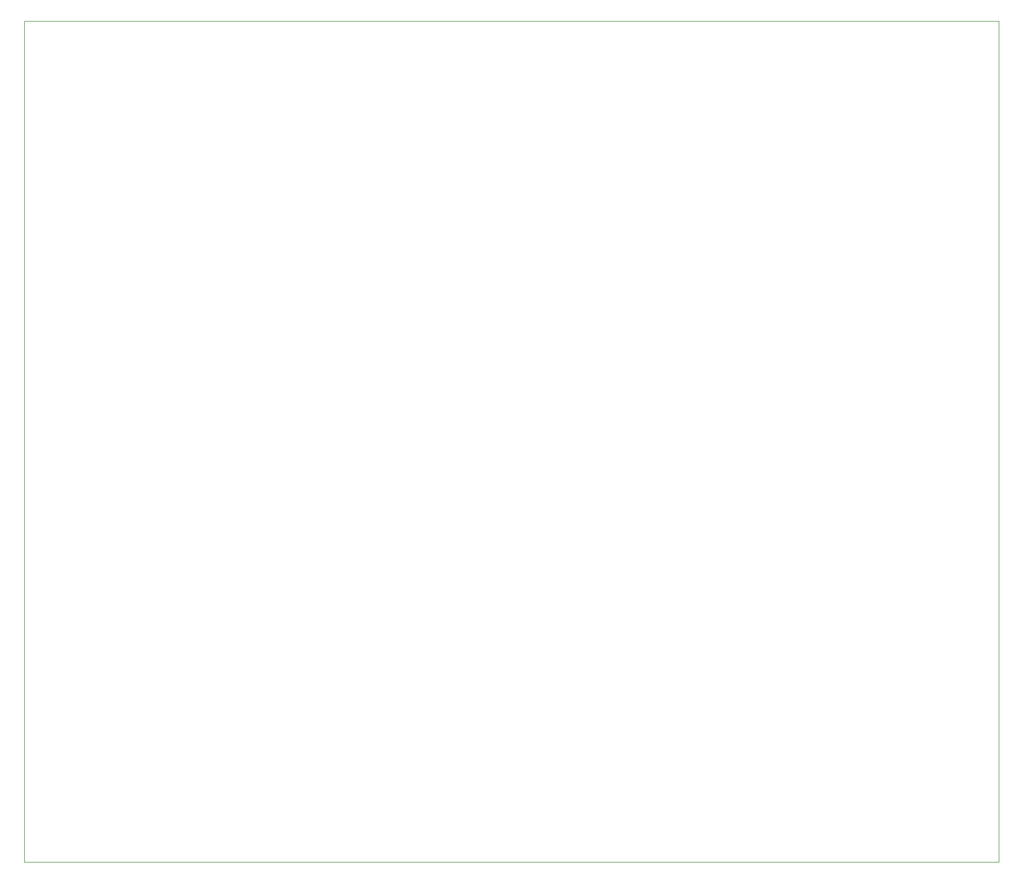
<source format=gbr>
%TF.GenerationSoftware,KiCad,Pcbnew,8.0.5*%
%TF.CreationDate,2024-10-20T22:23:28+07:00*%
%TF.ProjectId,Panel_LIN,50616e65-6c5f-44c4-994e-2e6b69636164,rev?*%
%TF.SameCoordinates,Original*%
%TF.FileFunction,Profile,NP*%
%FSLAX46Y46*%
G04 Gerber Fmt 4.6, Leading zero omitted, Abs format (unit mm)*
G04 Created by KiCad (PCBNEW 8.0.5) date 2024-10-20 22:23:28*
%MOMM*%
%LPD*%
G01*
G04 APERTURE LIST*
%TA.AperFunction,Profile*%
%ADD10C,0.050000*%
%TD*%
G04 APERTURE END LIST*
D10*
X67000000Y-29000000D02*
X220000000Y-29000000D01*
X220000000Y-161000000D01*
X67000000Y-161000000D01*
X67000000Y-29000000D01*
M02*

</source>
